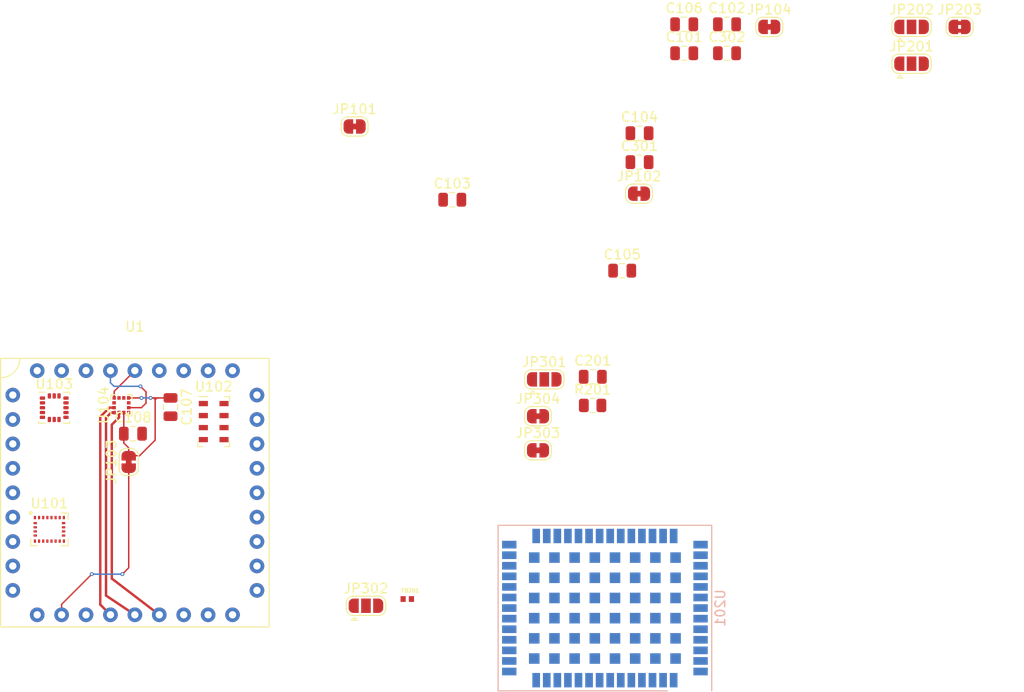
<source format=kicad_pcb>
(kicad_pcb (version 20211014) (generator pcbnew)
  (layers (0 "F.Cu" signal) (31 "B.Cu" signal) (34 "B.Paste" user) (35 "F.Paste" user) (36 "B.SilkS" user "B.Silkscreen") (37 "F.SilkS" user "F.Silkscreen") (38 "B.Mask" user) (39 "F.Mask" user) (44 "Edge.Cuts" user))
  (net 0 "")
  (net 1 "Net-(C101-Pad1)")
  (net 2 "GND")
  (net 3 "Net-(C102-Pad1)")
  (net 4 "Net-(C103-Pad1)")
  (net 5 "Net-(C106-Pad2)")
  (net 6 "Net-(C107-Pad1)")
  (net 7 "Net-(JP304-Pad2)")
  (net 8 "Net-(C201-Pad2)")
  (net 9 "Net-(C301-Pad1)")
  (net 10 "Net-(FB201-Pad2)")
  (net 11 "/3V3")
  (net 12 "/ZOE-M8Q/SNS_SPI_MISO")
  (net 13 "/ZOE-M8Q/SNS_UART_TX0")
  (net 14 "Net-(JP201-Pad2)")
  (net 15 "/ZOE-M8Q/SNS_SPI_MOSI")
  (net 16 "/ZOE-M8Q/SNS_UART_RX0")
  (net 17 "Net-(JP202-Pad2)")
  (net 18 "Net-(JP203-Pad2)")
  (net 19 "/ZOE-M8Q/3V3")
  (net 20 "/ZED_F9P/SNS_SPI_MISO")
  (net 21 "/ZED_F9P/SNS_UART_RX0")
  (net 22 "Net-(JP301-Pad2)")
  (net 23 "/ZED_F9P/SNS_SPI_MOSI")
  (net 24 "/ZED_F9P/SNS_UART_TX0")
  (net 25 "Net-(JP302-Pad2)")
  (net 26 "Net-(JP303-Pad1)")
  (net 27 "/ZED_F9P/3V3")
  (net 28 "Net-(R201-Pad1)")
  (net 29 "/MS5611_CS")
  (net 30 "/GPS_EXTINT")
  (net 32 "/ZED_F9P_CS")
  (net 34 "/ZOE-M8Q_CS")
  (net 35 "/H3LIS331DL_INT1")
  (net 36 "/H3LIS331DL_CS")
  (net 38 "/VBAT0")
  (net 39 "/KX122_INT1")
  (net 40 "/KX122_CS")
  (net 41 "/LSM9_INT_M")
  (net 42 "/LSM9_INT2_AG")
  (net 43 "/LSM9_INT1_AG")
  (net 44 "/LSM9_CS_AG")
  (net 45 "/SNS_UART_TX1")
  (net 46 "/SNS_UART_RX1")
  (net 47 "/SNS_UART_TX0")
  (net 48 "/SNS_UART_RX0")
  (net 56 "/SNS_SPI_MOSI")
  (net 57 "/SNS_SPI_MISO")
  (net 58 "/SNS_SPI_SCK")
  (net 59 "/5V")
  (net 61 "/LSM9_CS_M")
  (net 62 "/LSM9_DRDY_M")
  (net 65 "/KX122_INT2")
  (net 86 "/ZED_F9P/SNS_UART_RX1")
  (net 87 "/ZED_F9P/SNS_UART_TX1")
  (net 93 "/ZED_F9P/VBAT0")
  (net 97 "/ZED_F9P/ZED_F9P_CS")
  (net 98 "/ZED_F9P/SNS_SPI_SCK")
  (net 102 "/ZED_F9P/GPS_EXTINT")
  (footprint "Capacitor_SMD:C_0805_2012Metric" (layer "F.Cu") (at 214.63 42.71)
    (fp_text reference "C106" (at 0 -1.68) (layer "F.SilkS"))
    (fp_text value "C_Small")
    (pad "1" smd roundrect locked (at -0.95 0) (size 1 1.45) (layers "F.Cu" "F.Paste" "F.Mask") (net 2 "GND"))
    (pad "2" smd roundrect locked (at 0.95 0) (size 1 1.45) (layers "F.Cu" "F.Paste" "F.Mask") (net 5 "Net-(C106-Pad2)"))
  )
  (footprint "Jumper:SolderJumper-2_P1.3mm_Bridged_RoundedPad1.0x1.5mm" (layer "F.Cu") (at 180.34 53.34)
    (fp_text reference "JP101" (at 0 -1.8) (layer "F.SilkS"))
    (fp_text value "Jumper_NC_Small")
    (fp_poly (pts (xy 0.25 -0.3) (xy -0.25 -0.3) (xy -0.25 0.3) (xy 0.25 0.3)) (layer "F.Cu") (width 0) (fill solid))
    (pad "1" smd custom locked (at -0.65 0) (size 1 0.5) (layers "F.Cu" "F.Mask") (net 11 "/3V3") (options (clearance outline) (anchor rect)) (primitives (gr_circle (center 0 0.25) (end 0.5 0.25) (width 0) (fill yes)) (gr_circle (center 0 -0.25) (end 0.5 -0.25) (width 0) (fill yes)) (gr_poly (pts (xy 0.5 0.75) (xy 0 0.75) (xy 0 -0.75) (xy 0.5 -0.75)) (width 0) (fill yes))))
    (pad "2" smd custom locked (at 0.65 0) (size 1 0.5) (layers "F.Cu" "F.Mask") (net 4 "Net-(C103-Pad1)") (options (clearance outline) (anchor rect)) (primitives (gr_circle (center 0 0.25) (end 0.5 0.25) (width 0) (fill yes)) (gr_circle (center 0 -0.25) (end 0.5 -0.25) (width 0) (fill yes)) (gr_poly (pts (xy 0 0.75) (xy -0.5 0.75) (xy -0.5 -0.75) (xy 0 -0.75)) (width 0) (fill yes))))
  )
  (footprint "Jumper:SolderJumper-3_P1.3mm_Open_RoundedPad1.0x1.5mm" (layer "F.Cu") (at 181.52 103.2)
    (fp_text reference "JP302" (at 0 -1.8) (layer "F.SilkS"))
    (fp_text value "Jumper_3_Open")
    (pad "1" smd custom locked (at -1.3 0) (size 1 0.5) (layers "F.Cu" "F.Mask") (net 23 "/ZED_F9P/SNS_SPI_MOSI") (options (clearance outline) (anchor rect)) (primitives (gr_circle (center 0 0.25) (end 0.5 0.25) (width 0) (fill yes)) (gr_circle (center 0 -0.25) (end 0.5 -0.25) (width 0) (fill yes)) (gr_poly (pts (xy 0.55 0.75) (xy 0 0.75) (xy 0 -0.75) (xy 0.55 -0.75)) (width 0) (fill yes))))
    (pad "2" smd rect locked (at 0 0) (size 1 1.5) (layers "F.Cu" "F.Mask") (net 25 "Net-(JP302-Pad2)"))
    (pad "3" smd custom locked (at 1.3 0) (size 1 0.5) (layers "F.Cu" "F.Mask") (net 24 "/ZED_F9P/SNS_UART_TX0") (options (clearance outline) (anchor rect)) (primitives (gr_circle (center 0 0.25) (end 0.5 0.25) (width 0) (fill yes)) (gr_circle (center 0 -0.25) (end 0.5 -0.25) (width 0) (fill yes)) (gr_poly (pts (xy 0 0.75) (xy -0.55 0.75) (xy -0.55 -0.75) (xy 0 -0.75)) (width 0) (fill yes))))
  )
  (footprint "Package_LGA:LGA-8_3x5mm_P1.25mm" (layer "F.Cu") (at 165.68 84.04)
    (fp_text reference "U102" (at 0 -3.65) (layer "F.SilkS"))
    (fp_text value "MS5611-01BA")
    (pad "1" smd rect locked (at -1.075 -1.875) (size 0.95 0.55) (layers "F.Cu" "F.Paste" "F.Mask") (net 5 "Net-(C106-Pad2)"))
    (pad "2" smd rect locked (at -1.075 -0.625) (size 0.95 0.55) (layers "F.Cu" "F.Paste" "F.Mask") (net 2 "GND"))
    (pad "3" smd rect locked (at -1.075 0.625) (size 0.95 0.55) (layers "F.Cu" "F.Paste" "F.Mask") (net 2 "GND"))
    (pad "4" smd rect locked (at -1.075 1.875) (size 0.95 0.55) (layers "F.Cu" "F.Paste" "F.Mask") (net 29 "/MS5611_CS"))
    (pad "5" smd rect locked (at 1.075 1.875) (size 0.95 0.55) (layers "F.Cu" "F.Paste" "F.Mask") (net 29 "/MS5611_CS"))
    (pad "6" smd rect locked (at 1.075 0.625) (size 0.95 0.55) (layers "F.Cu" "F.Paste" "F.Mask") (net 57 "/SNS_SPI_MISO"))
    (pad "7" smd rect locked (at 1.075 -0.625) (size 0.95 0.55) (layers "F.Cu" "F.Paste" "F.Mask") (net 56 "/SNS_SPI_MOSI"))
    (pad "8" smd rect locked (at 1.075 -1.875) (size 0.95 0.55) (layers "F.Cu" "F.Paste" "F.Mask") (net 58 "/SNS_SPI_SCK"))
  )
  (footprint "Capacitor_SMD:C_0805_2012Metric" (layer "F.Cu") (at 161.19 82.53 -90)
    (fp_text reference "C107" (at 0 -1.68 90) (layer "F.SilkS"))
    (fp_text value "C_Small")
    (pad "1" smd roundrect locked (at -0.95 0 270) (size 1 1.45) (layers "F.Cu" "F.Paste" "F.Mask") (net 6 "Net-(C107-Pad1)"))
    (pad "2" smd roundrect locked (at 0.95 0 270) (size 1 1.45) (layers "F.Cu" "F.Paste" "F.Mask") (net 2 "GND"))
  )
  (footprint "Jumper:SolderJumper-3_P1.3mm_Open_RoundedPad1.0x1.5mm" (layer "F.Cu") (at 200.07 79.65)
    (fp_text reference "JP301" (at 0 -1.8) (layer "F.SilkS"))
    (fp_text value "Jumper_3_Open")
    (pad "1" smd custom locked (at -1.3 0) (size 1 0.5) (layers "F.Cu" "F.Mask") (net 20 "/ZED_F9P/SNS_SPI_MISO") (options (clearance outline) (anchor rect)) (primitives (gr_circle (center 0 0.25) (end 0.5 0.25) (width 0) (fill yes)) (gr_circle (center 0 -0.25) (end 0.5 -0.25) (width 0) (fill yes)) (gr_poly (pts (xy 0.55 0.75) (xy 0 0.75) (xy 0 -0.75) (xy 0.55 -0.75)) (width 0) (fill yes))))
    (pad "2" smd rect locked (at 0 0) (size 1 1.5) (layers "F.Cu" "F.Mask") (net 22 "Net-(JP301-Pad2)"))
    (pad "3" smd custom locked (at 1.3 0) (size 1 0.5) (layers "F.Cu" "F.Mask") (net 21 "/ZED_F9P/SNS_UART_RX0") (options (clearance outline) (anchor rect)) (primitives (gr_circle (center 0 0.25) (end 0.5 0.25) (width 0) (fill yes)) (gr_circle (center 0 -0.25) (end 0.5 -0.25) (width 0) (fill yes)) (gr_poly (pts (xy 0 0.75) (xy -0.55 0.75) (xy -0.55 -0.75) (xy 0 -0.75)) (width 0) (fill yes))))
  )
  (footprint "Capacitor_SMD:C_0805_2012Metric" (layer "F.Cu") (at 190.5 60.96)
    (fp_text reference "C103" (at 0 -1.68) (layer "F.SilkS"))
    (fp_text value "100 nF")
    (pad "1" smd roundrect locked (at -0.95 0) (size 1 1.45) (layers "F.Cu" "F.Paste" "F.Mask") (net 4 "Net-(C103-Pad1)"))
    (pad "2" smd roundrect locked (at 0.95 0) (size 1 1.45) (layers "F.Cu" "F.Paste" "F.Mask") (net 2 "GND"))
  )
  (footprint "Capacitor_SMD:C_0805_2012Metric" (layer "F.Cu") (at 208.18 68.34)
    (fp_text reference "C105" (at 0 -1.68) (layer "F.SilkS"))
    (fp_text value "10 uF")
    (pad "1" smd roundrect locked (at -0.95 0) (size 1 1.45) (layers "F.Cu" "F.Paste" "F.Mask") (net 4 "Net-(C103-Pad1)"))
    (pad "2" smd roundrect locked (at 0.95 0) (size 1 1.45) (layers "F.Cu" "F.Paste" "F.Mask") (net 2 "GND"))
  )
  (footprint "Jumper:SolderJumper-3_P1.3mm_Open_RoundedPad1.0x1.5mm" (layer "F.Cu") (at 238.28 42.98)
    (fp_text reference "JP202" (at 0 -1.8) (layer "F.SilkS"))
    (fp_text value "Jumper_3_Open")
    (pad "1" smd custom locked (at -1.3 0) (size 1 0.5) (layers "F.Cu" "F.Mask") (net 15 "/ZOE-M8Q/SNS_SPI_MOSI") (options (clearance outline) (anchor rect)) (primitives (gr_circle (center 0 0.25) (end 0.5 0.25) (width 0) (fill yes)) (gr_circle (center 0 -0.25) (end 0.5 -0.25) (width 0) (fill yes)) (gr_poly (pts (xy 0.55 0.75) (xy 0 0.75) (xy 0 -0.75) (xy 0.55 -0.75)) (width 0) (fill yes))))
    (pad "2" smd rect locked (at 0 0) (size 1 1.5) (layers "F.Cu" "F.Mask") (net 17 "Net-(JP202-Pad2)"))
    (pad "3" smd custom locked (at 1.3 0) (size 1 0.5) (layers "F.Cu" "F.Mask") (net 16 "/ZOE-M8Q/SNS_UART_RX0") (options (clearance outline) (anchor rect)) (primitives (gr_circle (center 0 0.25) (end 0.5 0.25) (width 0) (fill yes)) (gr_circle (center 0 -0.25) (end 0.5 -0.25) (width 0) (fill yes)) (gr_poly (pts (xy 0 0.75) (xy -0.55 0.75) (xy -0.55 -0.75) (xy 0 -0.75)) (width 0) (fill yes))))
  )
  (footprint "Resistor_SMD:R_0805_2012Metric" (layer "F.Cu") (at 205.1 82.36)
    (fp_text reference "R201" (at 0 -1.65) (layer "F.SilkS"))
    (fp_text value "10")
    (pad "1" smd roundrect locked (at -0.9125 0) (size 1.025 1.4) (layers "F.Cu" "F.Paste" "F.Mask") (roundrect_rratio 0.243902) (net 28 "Net-(R201-Pad1)"))
    (pad "2" smd roundrect locked (at 0.9125 0) (size 1.025 1.4) (layers "F.Cu" "F.Paste" "F.Mask") (roundrect_rratio 0.243902) (net 8 "Net-(C201-Pad2)"))
  )
  (footprint "Jumper:SolderJumper-2_P1.3mm_Bridged_RoundedPad1.0x1.5mm" (layer "F.Cu") (at 156.84 88.24 90)
    (fp_text reference "JP103" (at 0 -1.8 90) (layer "F.SilkS"))
    (fp_text value "Jumper_NC_Small")
    (fp_poly (pts (xy 0.25 -0.3) (xy -0.25 -0.3) (xy -0.25 0.3) (xy 0.25 0.3)) (layer "F.Cu") (width 0) (fill solid))
    (pad "1" smd custom locked (at -0.65 0 90) (size 1 0.5) (layers "F.Cu" "F.Mask") (net 11 "/3V3") (options (clearance outline) (anchor rect)) (primitives (gr_circle (center 0 0.25) (end 0.5 0.25) (width 0) (fill yes)) (gr_circle (center 0 -0.25) (end 0.5 -0.25) (width 0) (fill yes)) (gr_poly (pts (xy 0.5 0.75) (xy 0 0.75) (xy 0 -0.75) (xy 0.5 -0.75)) (width 0) (fill yes))))
    (pad "2" smd custom locked (at 0.65 0 90) (size 1 0.5) (layers "F.Cu" "F.Mask") (net 6 "Net-(C107-Pad1)") (options (clearance outline) (anchor rect)) (primitives (gr_circle (center 0 0.25) (end 0.5 0.25) (width 0) (fill yes)) (gr_circle (center 0 -0.25) (end 0.5 -0.25) (width 0) (fill yes)) (gr_poly (pts (xy 0 0.75) (xy -0.5 0.75) (xy -0.5 -0.75) (xy 0 -0.75)) (width 0) (fill yes))))
  )
  (footprint "Capacitor_SMD:C_0805_2012Metric" (layer "F.Cu") (at 219.08 45.72)
    (fp_text reference "C302" (at 0 -1.68) (layer "F.SilkS"))
    (fp_text value "0.1uF")
    (pad "1" smd roundrect locked (at -0.95 0) (size 1 1.45) (layers "F.Cu" "F.Paste" "F.Mask") (net 9 "Net-(C301-Pad1)"))
    (pad "2" smd roundrect locked (at 0.95 0) (size 1 1.45) (layers "F.Cu" "F.Paste" "F.Mask") (net 2 "GND"))
  )
  (footprint "Capacitor_SMD:C_0805_2012Metric" (layer "F.Cu") (at 205.12 79.38)
    (fp_text reference "C201" (at 0 -1.68) (layer "F.SilkS"))
    (fp_text value "0.01 nF")
    (pad "1" smd roundrect locked (at -0.95 0) (size 1 1.45) (layers "F.Cu" "F.Paste" "F.Mask") (net 2 "GND"))
    (pad "2" smd roundrect locked (at 0.95 0) (size 1 1.45) (layers "F.Cu" "F.Paste" "F.Mask") (net 8 "Net-(C201-Pad2)"))
  )
  (footprint "Package_LGA:LGA-12_2x2mm_P0.5mm" (layer "F.Cu") (at 156.08 82.34 90)
    (fp_text reference "U104" (at 0 -1.85 90) (layer "F.SilkS"))
    (fp_text value "KX122-1042")
    (pad "1" smd rect locked (at -0.7625 -0.75 90) (size 0.375 0.35) (layers "F.Cu" "F.Paste" "F.Mask") (net 57 "/SNS_SPI_MISO"))
    (pad "2" smd rect locked (at -0.7625 -0.25 90) (size 0.375 0.35) (layers "F.Cu" "F.Paste" "F.Mask") (net 56 "/SNS_SPI_MOSI"))
    (pad "3" smd rect locked (at -0.7625 0.25 90) (size 0.375 0.35) (layers "F.Cu" "F.Paste" "F.Mask") (net 6 "Net-(C107-Pad1)"))
    (pad "4" smd rect locked (at -0.7625 0.75 90) (size 0.375 0.35) (layers "F.Cu" "F.Paste" "F.Mask") (net 2 "GND"))
    (pad "5" smd rect locked (at -0.25 0.7625 180) (size 0.375 0.35) (layers "F.Cu" "F.Paste" "F.Mask") (net 39 "/KX122_INT1"))
    (pad "6" smd rect locked (at 0.25 0.7625 180) (size 0.375 0.35) (layers "F.Cu" "F.Paste" "F.Mask") (net 65 "/KX122_INT2"))
    (pad "7" smd rect locked (at 0.7625 0.75 90) (size 0.375 0.35) (layers "F.Cu" "F.Paste" "F.Mask") (net 6 "Net-(C107-Pad1)"))
    (pad "8" smd rect locked (at 0.7625 0.25 90) (size 0.375 0.35) (layers "F.Cu" "F.Paste" "F.Mask"))
    (pad "9" smd rect locked (at 0.7625 -0.25 90) (size 0.375 0.35) (layers "F.Cu" "F.Paste" "F.Mask") (net 2 "GND"))
    (pad "10" smd rect locked (at 0.7625 -0.75 90) (size 0.375 0.35) (layers "F.Cu" "F.Paste" "F.Mask") (net 40 "/KX122_CS"))
    (pad "11" smd rect locked (at 0.25 -0.7625 180) (size 0.375 0.35) (layers "F.Cu" "F.Paste" "F.Mask"))
    (pad "12" smd rect locked (at -0.25 -0.7625 180) (size 0.375 0.35) (layers "F.Cu" "F.Paste" "F.Mask") (net 58 "/SNS_SPI_SCK"))
  )
  (footprint "Jumper:SolderJumper-2_P1.3mm_Bridged_RoundedPad1.0x1.5mm" (layer "F.Cu") (at 199.42 83.48)
    (fp_text reference "JP304" (at 0 -1.8) (layer "F.SilkS"))
    (fp_text value "Jumper_NC_Small")
    (fp_poly (pts (xy 0.25 -0.3) (xy -0.25 -0.3) (xy -0.25 0.3) (xy 0.25 0.3)) (layer "F.Cu") (width 0) (fill solid))
    (pad "1" smd custom locked (at -0.65 0) (size 1 0.5) (layers "F.Cu" "F.Mask") (net 27 "/ZED_F9P/3V3") (options (clearance outline) (anchor rect)) (primitives (gr_circle (center 0 0.25) (end 0.5 0.25) (width 0) (fill yes)) (gr_circle (center 0 -0.25) (end 0.5 -0.25) (width 0) (fill yes)) (gr_poly (pts (xy 0.5 0.75) (xy 0 0.75) (xy 0 -0.75) (xy 0.5 -0.75)) (width 0) (fill yes))))
    (pad "2" smd custom locked (at 0.65 0) (size 1 0.5) (layers "F.Cu" "F.Mask") (net 7 "Net-(JP304-Pad2)") (options (clearance outline) (anchor rect)) (primitives (gr_circle (center 0 0.25) (end 0.5 0.25) (width 0) (fill yes)) (gr_circle (center 0 -0.25) (end 0.5 -0.25) (width 0) (fill yes)) (gr_poly (pts (xy 0 0.75) (xy -0.5 0.75) (xy -0.5 -0.75) (xy 0 -0.75)) (width 0) (fill yes))))
  )
  (footprint "BLM15HB121SN1D:BEADC1005X55N" (layer "F.Cu") (at 185.82 102.5)
    (fp_text reference "FB201" (at 0.3 -0.88) (layer "F.SilkS") (effects (font (size 0.393701 0.393701))))
    (fp_text value "Ferrite_Bead_Small")
    (pad "1" smd rect locked (at -0.432 0) (size 0.54 0.6) (layers "F.Cu" "F.Paste" "F.Mask") (net 8 "Net-(C201-Pad2)"))
    (pad "2" smd rect locked (at 0.432 0) (size 0.54 0.6) (layers "F.Cu" "F.Paste" "F.Mask") (net 10 "Net-(FB201-Pad2)"))
  )
  (footprint "Capacitor_SMD:C_0805_2012Metric" (layer "F.Cu") (at 219.08 42.71)
    (fp_text reference "C102" (at 0 -1.68) (layer "F.SilkS"))
    (fp_text value "100 nF")
    (pad "1" smd roundrect locked (at -0.95 0) (size 1 1.45) (layers "F.Cu" "F.Paste" "F.Mask") (net 3 "Net-(C102-Pad1)"))
    (pad "2" smd roundrect locked (at 0.95 0) (size 1 1.45) (layers "F.Cu" "F.Paste" "F.Mask") (net 2 "GND"))
  )
  (footprint "Jumper:SolderJumper-2_P1.3mm_Bridged_RoundedPad1.0x1.5mm" (layer "F.Cu") (at 223.48 42.98)
    (fp_text reference "JP104" (at 0 -1.8) (layer "F.SilkS"))
    (fp_text value "Jumper_NC_Small")
    (fp_poly (pts (xy 0.25 -0.3) (xy -0.25 -0.3) (xy -0.25 0.3) (xy 0.25 0.3)) (layer "F.Cu") (width 0) (fill solid))
    (pad "1" smd custom locked (at -0.65 0) (size 1 0.5) (layers "F.Cu" "F.Mask") (net 11 "/3V3") (options (clearance outline) (anchor rect)) (primitives (gr_circle (center 0 0.25) (end 0.5 0.25) (width 0) (fill yes)) (gr_circle (center 0 -0.25) (end 0.5 -0.25) (width 0) (fill yes)) (gr_poly (pts (xy 0.5 0.75) (xy 0 0.75) (xy 0 -0.75) (xy 0.5 -0.75)) (width 0) (fill yes))))
    (pad "2" smd custom locked (at 0.65 0) (size 1 0.5) (layers "F.Cu" "F.Mask") (net 5 "Net-(C106-Pad2)") (options (clearance outline) (anchor rect)) (primitives (gr_circle (center 0 0.25) (end 0.5 0.25) (width 0) (fill yes)) (gr_circle (center 0 -0.25) (end 0.5 -0.25) (width 0) (fill yes)) (gr_poly (pts (xy 0 0.75) (xy -0.5 0.75) (xy -0.5 -0.75) (xy 0 -0.75)) (width 0) (fill yes))))
  )
  (footprint "Jumper:SolderJumper-2_P1.3mm_Bridged_RoundedPad1.0x1.5mm" (layer "F.Cu") (at 209.93 60.33)
    (fp_text reference "JP102" (at 0 -1.8) (layer "F.SilkS"))
    (fp_text value "Jumper_NC_Small")
    (fp_poly (pts (xy 0.25 -0.3) (xy -0.25 -0.3) (xy -0.25 0.3) (xy 0.25 0.3)) (layer "F.Cu") (width 0) (fill solid))
    (pad "1" smd custom locked (at -0.65 0) (size 1 0.5) (layers "F.Cu" "F.Mask") (net 11 "/3V3") (options (clearance outline) (anchor rect)) (primitives (gr_circle (center 0 0.25) (end 0.5 0.25) (width 0) (fill yes)) (gr_circle (center 0 -0.25) (end 0.5 -0.25) (width 0) (fill yes)) (gr_poly (pts (xy 0.5 0.75) (xy 0 0.75) (xy 0 -0.75) (xy 0.5 -0.75)) (width 0) (fill yes))))
    (pad "2" smd custom locked (at 0.65 0) (size 1 0.5) (layers "F.Cu" "F.Mask") (net 9 "Net-(C301-Pad1)") (options (clearance outline) (anchor rect)) (primitives (gr_circle (center 0 0.25) (end 0.5 0.25) (width 0) (fill yes)) (gr_circle (center 0 -0.25) (end 0.5 -0.25) (width 0) (fill yes)) (gr_poly (pts (xy 0 0.75) (xy -0.5 0.75) (xy -0.5 -0.75) (xy 0 -0.75)) (width 0) (fill yes))))
  )
  (footprint "Jumper:SolderJumper-2_P1.3mm_Bridged2Bar_RoundedPad1.0x1.5mm" (layer "F.Cu") (at 243.28 42.98)
    (fp_text reference "JP203" (at 0 -1.8) (layer "F.SilkS"))
    (fp_text value "Jumper_NC_Small")
    (fp_poly (pts (xy -0.25 -0.6) (xy 0.25 -0.6) (xy 0.25 -0.2) (xy -0.25 -0.2)) (layer "F.Cu") (width 0) (fill solid))
    (fp_poly (pts (xy -0.25 0.2) (xy 0.25 0.2) (xy 0.25 0.6) (xy -0.25 0.6)) (layer "F.Cu") (width 0) (fill solid))
    (pad "1" smd custom locked (at -0.65 0) (size 1 0.5) (layers "F.Cu" "F.Mask") (net 19 "/ZOE-M8Q/3V3") (options (clearance outline) (anchor rect)) (primitives (gr_circle (center 0 0.25) (end 0.5 0.25) (width 0) (fill yes)) (gr_circle (center 0 -0.25) (end 0.5 -0.25) (width 0) (fill yes)) (gr_poly (pts (xy 0.5 0.75) (xy 0 0.75) (xy 0 -0.75) (xy 0.5 -0.75)) (width 0) (fill yes))))
    (pad "2" smd custom locked (at 0.65 0) (size 1 0.5) (layers "F.Cu" "F.Mask") (net 18 "Net-(JP203-Pad2)") (options (clearance outline) (anchor rect)) (primitives (gr_circle (center 0 0.25) (end 0.5 0.25) (width 0) (fill yes)) (gr_circle (center 0 -0.25) (end 0.5 -0.25) (width 0) (fill yes)) (gr_poly (pts (xy 0 0.75) (xy -0.5 0.75) (xy -0.5 -0.75) (xy 0 -0.75)) (width 0) (fill yes))))
  )
  (footprint "Capacitor_SMD:C_0805_2012Metric" (layer "F.Cu") (at 214.63 45.72)
    (fp_text reference "C101" (at 0 -1.68) (layer "F.SilkS"))
    (fp_text value "10 nF")
    (pad "1" smd roundrect locked (at -0.95 0) (size 1 1.45) (layers "F.Cu" "F.Paste" "F.Mask") (net 1 "Net-(C101-Pad1)"))
    (pad "2" smd roundrect locked (at 0.95 0) (size 1 1.45) (layers "F.Cu" "F.Paste" "F.Mask") (net 2 "GND"))
  )
  (footprint "Package_LGA:LGA-24L_3x3.5mm_P0.43mm" (layer "F.Cu") (at 148.59 95.25)
    (fp_text reference "U101" (at 0 -2.7) (layer "F.SilkS"))
    (fp_text value "LSM9DS1")
    (pad "1" smd rect locked (at -1.505 -1.225) (size 0.23 0.35) (layers "F.Cu" "F.Paste" "F.Mask") (net 4 "Net-(C103-Pad1)"))
    (pad "2" smd rect locked (at -1.475 -0.645) (size 0.35 0.23) (layers "F.Cu" "F.Paste" "F.Mask") (net 58 "/SNS_SPI_SCK"))
    (pad "3" smd rect locked (at -1.475 -0.215) (size 0.35 0.23) (layers "F.Cu" "F.Paste" "F.Mask") (net 4 "Net-(C103-Pad1)"))
    (pad "4" smd rect locked (at -1.475 0.215) (size 0.35 0.23) (layers "F.Cu" "F.Paste" "F.Mask") (net 56 "/SNS_SPI_MOSI"))
    (pad "5" smd rect locked (at -1.475 0.645) (size 0.35 0.23) (layers "F.Cu" "F.Paste" "F.Mask") (net 57 "/SNS_SPI_MISO"))
    (pad "6" smd rect locked (at -1.505 1.225) (size 0.23 0.35) (layers "F.Cu" "F.Paste" "F.Mask") (net 57 "/SNS_SPI_MISO"))
    (pad "7" smd rect locked (at -1.075 1.225) (size 0.23 0.35) (layers "F.Cu" "F.Paste" "F.Mask") (net 44 "/LSM9_CS_AG"))
    (pad "8" smd rect locked (at -0.645 1.225) (size 0.23 0.35) (layers "F.Cu" "F.Paste" "F.Mask") (net 61 "/LSM9_CS_M"))
    (pad "9" smd rect locked (at -0.215 1.225) (size 0.23 0.35) (layers "F.Cu" "F.Paste" "F.Mask") (net 62 "/LSM9_DRDY_M"))
    (pad "10" smd rect locked (at 0.215 1.225) (size 0.23 0.35) (layers "F.Cu" "F.Paste" "F.Mask") (net 41 "/LSM9_INT_M"))
    (pad "11" smd rect locked (at 0.645 1.225) (size 0.23 0.35) (layers "F.Cu" "F.Paste" "F.Mask") (net 43 "/LSM9_INT1_AG"))
    (pad "12" smd rect locked (at 1.075 1.225) (size 0.23 0.35) (layers "F.Cu" "F.Paste" "F.Mask") (net 42 "/LSM9_INT2_AG"))
    (pad "13" smd rect locked (at 1.505 1.225) (size 0.23 0.35) (layers "F.Cu" "F.Paste" "F.Mask"))
    (pad "14" smd rect locked (at 1.475 0.645) (size 0.35 0.23) (layers "F.Cu" "F.Paste" "F.Mask") (net 2 "GND"))
    (pad "15" smd rect locked (at 1.475 0.215) (size 0.35 0.23) (layers "F.Cu" "F.Paste" "F.Mask") (net 2 "GND"))
    (pad "16" smd rect locked (at 1.475 -0.215) (size 0.35 0.23) (layers "F.Cu" "F.Paste" "F.Mask") (net 2 "GND"))
    (pad "17" smd rect locked (at 1.475 -0.645) (size 0.35 0.23) (layers "F.Cu" "F.Paste" "F.Mask") (net 2 "GND"))
    (pad "18" smd rect locked (at 1.505 -1.225) (size 0.23 0.35) (layers "F.Cu" "F.Paste" "F.Mask") (net 2 "GND"))
    (pad "19" smd rect locked (at 1.075 -1.225) (size 0.23 0.35) (layers "F.Cu" "F.Paste" "F.Mask") (net 2 "GND"))
    (pad "20" smd rect locked (at 0.645 -1.225) (size 0.23 0.35) (layers "F.Cu" "F.Paste" "F.Mask"))
    (pad "21" smd rect locked (at 0.215 -1.225) (size 0.23 0.35) (layers "F.Cu" "F.Paste" "F.Mask") (net 1 "Net-(C101-Pad1)"))
    (pad "22" smd rect locked (at -0.215 -1.225) (size 0.23 0.35) (layers "F.Cu" "F.Paste" "F.Mask") (net 4 "Net-(C103-Pad1)"))
    (pad "23" smd rect locked (at -0.645 -1.225) (size 0.23 0.35) (layers "F.Cu" "F.Paste" "F.Mask") (net 4 "Net-(C103-Pad1)"))
    (pad "24" smd rect locked (at -1.075 -1.225) (size 0.23 0.35) (layers "F.Cu" "F.Paste" "F.Mask") (net 3 "Net-(C102-Pad1)"))
  )
  (footprint "Capacitor_SMD:C_0805_2012Metric" (layer "F.Cu") (at 157.28 85.3)
    (fp_text reference "C108" (at 0 -1.68) (layer "F.SilkS"))
    (fp_text value "C_Small")
    (pad "1" smd roundrect locked (at -0.95 0) (size 1 1.45) (layers "F.Cu" "F.Paste" "F.Mask") (net 6 "Net-(C107-Pad1)"))
    (pad "2" smd roundrect locked (at 0.95 0) (size 1 1.45) (layers "F.Cu" "F.Paste" "F.Mask") (net 2 "GND"))
  )
  (footprint "Capacitor_SMD:C_0805_2012Metric" (layer "F.Cu") (at 209.98 54.04)
    (fp_text reference "C104" (at 0 -1.68) (layer "F.SilkS"))
    (fp_text value "100 nF")
    (pad "1" smd roundrect locked (at -0.95 0) (size 1 1.45) (layers "F.Cu" "F.Paste" "F.Mask") (net 4 "Net-(C103-Pad1)"))
    (pad "2" smd roundrect locked (at 0.95 0) (size 1 1.45) (layers "F.Cu" "F.Paste" "F.Mask") (net 2 "GND"))
  )
  (footprint "Jumper:SolderJumper-3_P1.3mm_Open_RoundedPad1.0x1.5mm" (layer "F.Cu") (at 238.28 46.81)
    (fp_text reference "JP201" (at 0 -1.8) (layer "F.SilkS"))
    (fp_text value "Jumper_3_Open")
    (pad "1" smd custom locked (at -1.3 0) (size 1 0.5) (layers "F.Cu" "F.Mask") (net 12 "/ZOE-M8Q/SNS_SPI_MISO") (options (clearance outline) (anchor rect)) (primitives (gr_circle (center 0 0.25) (end 0.5 0.25) (width 0) (fill yes)) (gr_circle (center 0 -0.25) (end 0.5 -0.25) (width 0) (fill yes)) (gr_poly (pts (xy 0.55 0.75) (xy 0 0.75) (xy 0 -0.75) (xy 0.55 -0.75)) (width 0) (fill yes))))
    (pad "2" smd rect locked (at 0 0) (size 1 1.5) (layers "F.Cu" "F.Mask") (net 14 "Net-(JP201-Pad2)"))
    (pad "3" smd custom locked (at 1.3 0) (size 1 0.5) (layers "F.Cu" "F.Mask") (net 13 "/ZOE-M8Q/SNS_UART_TX0") (options (clearance outline) (anchor rect)) (primitives (gr_circle (center 0 0.25) (end 0.5 0.25) (width 0) (fill yes)) (gr_circle (center 0 -0.25) (end 0.5 -0.25) (width 0) (fill yes)) (gr_poly (pts (xy 0 0.75) (xy -0.55 0.75) (xy -0.55 -0.75) (xy 0 -0.75)) (width 0) (fill yes))))
  )
  (footprint "SensorSuite:General Sensor Module - 9 pin" (layer "F.Cu") (at 157.48 91.44)
    (fp_text reference "U1" (at 0 -17.28) (layer "F.SilkS"))
    (fp_text value "ISS_SENSOR_SUITE_V1")
    (pad "1" thru_hole circle locked (at -10.16 12.7) (size 1.524 1.524) (drill 0.762) (layers *.Cu *.Mask) (net 59 "/5V"))
    (pad "2" thru_hole circle locked (at -7.62 12.7) (size 1.524 1.524) (drill 0.762) (layers *.Cu *.Mask) (net 11 "/3V3"))
    (pad "3" thru_hole circle locked (at -5.08 12.7) (size 1.524 1.524) (drill 0.762) (layers *.Cu *.Mask) (net 2 "GND"))
    (pad "4" thru_hole circle locked (at -2.54 12.7) (size 1.524 1.524) (drill 0.762) (layers *.Cu *.Mask) (net 58 "/SNS_SPI_SCK"))
    (pad "5" thru_hole circle locked (at 0 12.7) (size 1.524 1.524) (drill 0.762) (layers *.Cu *.Mask) (net 57 "/SNS_SPI_MISO"))
    (pad "6" thru_hole circle locked (at 2.54 12.7) (size 1.524 1.524) (drill 0.762) (layers *.Cu *.Mask) (net 56 "/SNS_SPI_MOSI"))
    (pad "7" thru_hole circle locked (at 5.08 12.7) (size 1.524 1.524) (drill 0.762) (layers *.Cu *.Mask))
    (pad "8" thru_hole circle locked (at 7.62 12.7) (size 1.524 1.524) (drill 0.762) (layers *.Cu *.Mask))
    (pad "9" thru_hole circle locked (at 10.16 12.7) (size 1.524 1.524) (drill 0.762) (layers *.Cu *.Mask))
    (pad "10" thru_hole circle locked (at 12.7 10.16) (size 1.524 1.524) (drill 0.762) (layers *.Cu *.Mask))
    (pad "11" thru_hole circle locked (at 12.7 7.62) (size 1.524 1.524) (drill 0.762) (layers *.Cu *.Mask))
    (pad "12" thru_hole circle locked (at 12.7 5.08) (size 1.524 1.524) (drill 0.762) (layers *.Cu *.Mask))
    (pad "13" thru_hole circle locked (at 12.7 2.54) (size 1.524 1.524) (drill 0.762) (layers *.Cu *.Mask))
    (pad "14" thru_hole circle locked (at 12.7 0) (size 1.524 1.524) (drill 0.762) (layers *.Cu *.Mask) (net 48 "/SNS_UART_RX0"))
    (pad "15" thru_hole circle locked (at 12.7 -2.54) (size 1.524 1.524) (drill 0.762) (layers *.Cu *.Mask) (net 47 "/SNS_UART_TX0"))
    (pad "16" thru_hole circle locked (at 12.7 -5.08) (size 1.524 1.524) (drill 0.762) (layers *.Cu *.Mask) (net 46 "/SNS_UART_RX1"))
    (pad "17" thru_hole circle locked (at 12.7 -7.62) (size 1.524 1.524) (drill 0.762) (layers *.Cu *.Mask) (net 45 "/SNS_UART_TX1"))
    (pad "18" thru_hole circle locked (at 12.7 -10.16) (size 1.524 1.524) (drill 0.762) (layers *.Cu *.Mask) (net 44 "/LSM9_CS_AG"))
    (pad "19" thru_hole circle locked (at 10.16 -12.7) (size 1.524 1.524) (drill 0.762) (layers *.Cu *.Mask) (net 41 "/LSM9_INT_M"))
    (pad "20" thru_hole circle locked (at 7.62 -12.7) (size 1.524 1.524) (drill 0.762) (layers *.Cu *.Mask) (net 43 "/LSM9_INT1_AG"))
    (pad "21" thru_hole circle locked (at 5.08 -12.7) (size 1.524 1.524) (drill 0.762) (layers *.Cu *.Mask) (net 42 "/LSM9_INT2_AG"))
    (pad "22" thru_hole circle locked (at 2.54 -12.7) (size 1.524 1.524) (drill 0.762) (layers *.Cu *.Mask) (net 41 "/LSM9_INT_M"))
    (pad "23" thru_hole circle locked (at 0 -12.7) (size 1.524 1.524) (drill 0.762) (layers *.Cu *.Mask) (net 40 "/KX122_CS"))
    (pad "24" thru_hole circle locked (at -2.54 -12.7) (size 1.524 1.524) (drill 0.762) (layers *.Cu *.Mask) (net 39 "/KX122_INT1"))
    (pad "25" thru_hole circle locked (at -5.08 -12.7) (size 1.524 1.524) (drill 0.762) (layers *.Cu *.Mask) (net 38 "/VBAT0"))
    (pad "26" thru_hole circle locked (at -7.62 -12.7) (size 1.524 1.524) (drill 0.762) (layers *.Cu *.Mask))
    (pad "27" thru_hole circle locked (at -10.16 -12.7) (size 1.524 1.524) (drill 0.762) (layers *.Cu *.Mask) (net 36 "/H3LIS331DL_CS"))
    (pad "28" thru_hole circle locked (at -12.7 -10.16) (size 1.524 1.524) (drill 0.762) (layers *.Cu *.Mask) (net 35 "/H3LIS331DL_INT1"))
    (pad "29" thru_hole circle locked (at -12.7 -7.62) (size 1.524 1.524) (drill 0.762) (layers *.Cu *.Mask))
    (pad "30" thru_hole circle locked (at -12.7 -5.08) (size 1.524 1.524) (drill 0.762) (layers *.Cu *.Mask) (net 34 "/ZOE-M8Q_CS"))
    (pad "31" thru_hole circle locked (at -12.7 -2.54) (size 1.524 1.524) (drill 0.762) (layers *.Cu *.Mask))
    (pad "32" thru_hole circle locked (at -12.7 0) (size 1.524 1.524) (drill 0.762) (layers *.Cu *.Mask) (net 30 "/GPS_EXTINT"))
    (pad "33" thru_hole circle locked (at -12.7 2.54) (size 1.524 1.524) (drill 0.762) (layers *.Cu *.Mask) (net 32 "/ZED_F9P_CS"))
    (pad "34" thru_hole circle locked (at -12.7 5.08) (size 1.524 1.524) (drill 0.762) (layers *.Cu *.Mask))
    (pad "35" thru_hole circle locked (at -12.7 7.62) (size 1.524 1.524) (drill 0.762) (layers *.Cu *.Mask) (net 30 "/GPS_EXTINT"))
    (pad "36" thru_hole circle locked (at -12.7 10.16) (size 1.524 1.524) (drill 0.762) (layers *.Cu *.Mask) (net 29 "/MS5611_CS"))
  )
  (footprint "Package_LGA:LGA-16_3x3mm_P0.5mm_LayoutBorder3x5y" (layer "F.Cu") (at 149.09 82.595)
    (fp_text reference "U103" (at 0 -2.45) (layer "F.SilkS"))
    (fp_text value "H3LIS331DL")
    (pad "1" smd roundrect locked (at -1.225 -1) (size 0.55 0.35) (layers "F.Cu" "F.Paste" "F.Mask") (net 9 "Net-(C301-Pad1)"))
    (pad "2" smd roundrect locked (at -1.225 -0.5) (size 0.55 0.35) (layers "F.Cu" "F.Paste" "F.Mask"))
    (pad "3" smd roundrect locked (at -1.225 0) (size 0.55 0.35) (layers "F.Cu" "F.Paste" "F.Mask"))
    (pad "4" smd roundrect locked (at -1.225 0.5) (size 0.55 0.35) (layers "F.Cu" "F.Paste" "F.Mask") (net 58 "/SNS_SPI_SCK"))
    (pad "5" smd roundrect locked (at -1.225 1) (size 0.55 0.35) (layers "F.Cu" "F.Paste" "F.Mask") (net 2 "GND"))
    (pad "6" smd roundrect locked (at -0.5 1.225) (size 0.35 0.55) (layers "F.Cu" "F.Paste" "F.Mask") (net 56 "/SNS_SPI_MOSI"))
    (pad "7" smd roundrect locked (at 0 1.225) (size 0.35 0.55) (layers "F.Cu" "F.Paste" "F.Mask") (net 57 "/SNS_SPI_MISO"))
    (pad "8" smd roundrect locked (at 0.5 1.225) (size 0.35 0.55) (layers "F.Cu" "F.Paste" "F.Mask") (net 36 "/H3LIS331DL_CS"))
    (pad "9" smd roundrect locked (at 1.225 1) (size 0.55 0.35) (layers "F.Cu" "F.Paste" "F.Mask"))
    (pad "10" smd roundrect locked (at 1.225 0.5) (size 0.55 0.35) (layers "F.Cu" "F.Paste" "F.Mask") (net 2 "GND"))
    (pad "11" smd roundrect locked (at 1.225 0) (size 0.55 0.35) (layers "F.Cu" "F.Paste" "F.Mask") (net 35 "/H3LIS331DL_INT1"))
    (pad "12" smd roundrect locked (at 1.225 -0.5) (size 0.55 0.35) (layers "F.Cu" "F.Paste" "F.Mask") (net 2 "GND"))
    (pad "13" smd roundrect locked (at 1.225 -1) (size 0.55 0.35) (layers "F.Cu" "F.Paste" "F.Mask") (net 2 "GND"))
    (pad "14" smd roundrect locked (at 0.5 -1.225) (size 0.35 0.55) (layers "F.Cu" "F.Paste" "F.Mask") (net 9 "Net-(C301-Pad1)"))
    (pad "15" smd roundrect locked (at 0 -1.225) (size 0.35 0.55) (layers "F.Cu" "F.Paste" "F.Mask") (net 9 "Net-(C301-Pad1)"))
    (pad "16" smd roundrect locked (at -0.5 -1.225) (size 0.35 0.55) (layers "F.Cu" "F.Paste" "F.Mask") (net 2 "GND"))
  )
  (footprint "Capacitor_SMD:C_0805_2012Metric" (layer "F.Cu") (at 209.98 57.05)
    (fp_text reference "C301" (at 0 -1.68) (layer "F.SilkS"))
    (fp_text value "10uF")
    (pad "1" smd roundrect locked (at -0.95 0) (size 1 1.45) (layers "F.Cu" "F.Paste" "F.Mask") (net 9 "Net-(C301-Pad1)"))
    (pad "2" smd roundrect locked (at 0.95 0) (size 1 1.45) (layers "F.Cu" "F.Paste" "F.Mask") (net 2 "GND"))
  )
  (footprint "Jumper:SolderJumper-2_P1.3mm_Bridged_RoundedPad1.0x1.5mm" (layer "F.Cu") (at 199.42 87.03)
    (fp_text reference "JP303" (at 0 -1.8) (layer "F.SilkS"))
    (fp_text value "Jumper_NC_Small")
    (fp_poly (pts (xy 0.25 -0.3) (xy -0.25 -0.3) (xy -0.25 0.3) (xy 0.25 0.3)) (layer "F.Cu") (width 0) (fill solid))
    (pad "1" smd custom locked (at -0.65 0) (size 1 0.5) (layers "F.Cu" "F.Mask") (net 26 "Net-(JP303-Pad1)") (options (clearance outline) (anchor rect)) (primitives (gr_circle (center 0 0.25) (end 0.5 0.25) (width 0) (fill yes)) (gr_circle (center 0 -0.25) (end 0.5 -0.25) (width 0) (fill yes)) (gr_poly (pts (xy 0.5 0.75) (xy 0 0.75) (xy 0 -0.75) (xy 0.5 -0.75)) (width 0) (fill yes))))
    (pad "2" smd custom locked (at 0.65 0) (size 1 0.5) (layers "F.Cu" "F.Mask") (net 2 "GND") (options (clearance outline) (anchor rect)) (primitives (gr_circle (center 0 0.25) (end 0.5 0.25) (width 0) (fill yes)) (gr_circle (center 0 -0.25) (end 0.5 -0.25) (width 0) (fill yes)) (gr_poly (pts (xy 0 0.75) (xy -0.5 0.75) (xy -0.5 -0.75) (xy 0 -0.75)) (width 0) (fill yes))))
  )
  (footprint "RF_GPS:ublox_ZED" (layer "B.Cu") (at 206.38 103.44 90)
    (fp_text reference "U201" (at 0 12 90) (layer "B.SilkS") (effects (justify mirror)))
    (fp_text value "ZED-F9P")
    (pad "1" smd rect locked (at -7.5 7.15 90) (size 1.5 0.8) (layers "B.Cu" "B.Paste" "B.Mask") (net 2 "GND"))
    (pad "2" smd rect locked (at -7.5 6.05 90) (size 1.5 0.8) (layers "B.Cu" "B.Paste" "B.Mask") (net 10 "Net-(FB201-Pad2)"))
    (pad "3" smd rect locked (at -7.5 4.95 90) (size 1.5 0.8) (layers "B.Cu" "B.Paste" "B.Mask") (net 2 "GND"))
    (pad "4" smd rect locked (at -7.5 3.85 90) (size 1.5 0.8) (layers "B.Cu" "B.Paste" "B.Mask"))
    (pad "5" smd rect locked (at -7.5 2.75 90) (size 1.5 0.8) (layers "B.Cu" "B.Paste" "B.Mask"))
    (pad "6" smd rect locked (at -7.5 1.65 90) (size 1.5 0.8) (layers "B.Cu" "B.Paste" "B.Mask"))
    (pad "7" smd rect locked (at -7.5 0.55 90) (size 1.5 0.8) (layers "B.Cu" "B.Paste" "B.Mask") (net 28 "Net-(R201-Pad1)"))
    (pad "8" smd rect locked (at -7.5 -0.55 90) (size 1.5 0.8) (layers "B.Cu" "B.Paste" "B.Mask"))
    (pad "9" smd rect locked (at -7.5 -1.65 90) (size 1.5 0.8) (layers "B.Cu" "B.Paste" "B.Mask"))
    (pad "10" smd rect locked (at -7.5 -2.75 90) (size 1.5 0.8) (layers "B.Cu" "B.Paste" "B.Mask"))
    (pad "11" smd rect locked (at -7.5 -3.85 90) (size 1.5 0.8) (layers "B.Cu" "B.Paste" "B.Mask"))
    (pad "12" smd rect locked (at -7.5 -4.95 90) (size 1.5 0.8) (layers "B.Cu" "B.Paste" "B.Mask") (net 2 "GND"))
    (pad "13" smd rect locked (at -7.5 -6.05 90) (size 1.5 0.8) (layers "B.Cu" "B.Paste" "B.Mask"))
    (pad "14" smd rect locked (at -7.5 -7.15 90) (size 1.5 0.8) (layers "B.Cu" "B.Paste" "B.Mask") (net 2 "GND"))
    (pad "15" smd rect locked (at -6.6 -9.95) (size 1.5 0.8) (layers "B.Cu" "B.Paste" "B.Mask"))
    (pad "16" smd rect locked (at -5.5 -9.95) (size 1.5 0.8) (layers "B.Cu" "B.Paste" "B.Mask"))
    (pad "17" smd rect locked (at -4.4 -9.95) (size 1.5 0.8) (layers "B.Cu" "B.Paste" "B.Mask"))
    (pad "18" smd rect locked (at -3.3 -9.95 180) (size 1.5 0.8) (layers "B.Cu" "B.Paste" "B.Mask"))
    (pad "19" smd rect locked (at -2.2 -9.95) (size 1.5 0.8) (layers "B.Cu" "B.Paste" "B.Mask"))
    (pad "20" smd rect locked (at -1.1 -9.95) (size 1.5 0.8) (layers "B.Cu" "B.Paste" "B.Mask"))
    (pad "21" smd rect locked (at 0 -9.95) (size 1.5 0.8) (layers "B.Cu" "B.Paste" "B.Mask"))
    (pad "22" smd rect locked (at 1.1 -9.95) (size 1.5 0.8) (layers "B.Cu" "B.Paste" "B.Mask"))
    (pad "23" smd rect locked (at 2.2 -9.95) (size 1.5 0.8) (layers "B.Cu" "B.Paste" "B.Mask"))
    (pad "24" smd rect locked (at 3.3 -9.95) (size 1.5 0.8) (layers "B.Cu" "B.Paste" "B.Mask"))
    (pad "25" smd rect locked (at 4.4 -9.95) (size 1.5 0.8) (layers "B.Cu" "B.Paste" "B.Mask"))
    (pad "26" smd rect locked (at 5.5 -9.95) (size 1.5 0.8) (layers "B.Cu" "B.Paste" "B.Mask") (net 86 "/ZED_F9P/SNS_UART_RX1"))
    (pad "27" smd rect locked (at 6.6 -9.95) (size 1.5 0.8) (layers "B.Cu" "B.Paste" "B.Mask") (net 87 "/ZED_F9P/SNS_UART_TX1"))
    (pad "28" smd rect locked (at 7.5 -7.15 90) (size 1.5 0.8) (layers "B.Cu" "B.Paste" "B.Mask"))
    (pad "29" smd rect locked (at 7.5 -6.05 90) (size 1.5 0.8) (layers "B.Cu" "B.Paste" "B.Mask"))
    (pad "30" smd rect locked (at 7.5 -4.95 90) (size 1.5 0.8) (layers "B.Cu" "B.Paste" "B.Mask"))
    (pad "31" smd rect locked (at 7.5 -3.85 90) (size 1.5 0.8) (layers "B.Cu" "B.Paste" "B.Mask"))
    (pad "32" smd rect locked (at 7.5 -2.75 90) (size 1.5 0.8) (layers "B.Cu" "B.Paste" "B.Mask") (net 2 "GND"))
    (pad "33" smd rect locked (at 7.5 -1.65 90) (size 1.5 0.8) (layers "B.Cu" "B.Paste" "B.Mask") (net 7 "Net-(JP304-Pad2)"))
    (pad "34" smd rect locked (at 7.5 -0.55 90) (size 1.5 0.8) (layers "B.Cu" "B.Paste" "B.Mask") (net 7 "Net-(JP304-Pad2)"))
    (pad "35" smd rect locked (at 7.5 0.55 90) (size 1.5 0.8) (layers "B.Cu" "B.Paste" "B.Mask"))
    (pad "36" smd rect locked (at 7.5 1.65 90) (size 1.5 0.8) (layers "B.Cu" "B.Paste" "B.Mask") (net 93 "/ZED_F9P/VBAT0"))
    (pad "37" smd rect locked (at 7.5 2.75 90) (size 1.5 0.8) (layers "B.Cu" "B.Paste" "B.Mask") (net 2 "GND"))
    (pad "38" smd rect locked (at 7.5 3.85 90) (size 1.5 0.8) (layers "B.Cu" "B.Paste" "B.Mask"))
    (pad "39" smd rect locked (at 7.5 4.95 90) (size 1.5 0.8) (layers "B.Cu" "B.Paste" "B.Mask"))
    (pad "40" smd rect locked (at 7.5 6.05 90) (size 1.5 0.8) (layers "B.Cu" "B.Paste" "B.Mask"))
    (pad "41" smd rect locked (at 7.5 7.15 90) (size 1.5 0.8) (layers "B.Cu" "B.Paste" "B.Mask") (net 2 "GND"))
    (pad "42" smd rect locked (at 6.6 9.95) (size 1.5 0.8) (layers "B.Cu" "B.Paste" "B.Mask") (net 22 "Net-(JP301-Pad2)"))
    (pad "43" smd rect locked (at 5.5 9.95) (size 1.5 0.8) (layers "B.Cu" "B.Paste" "B.Mask") (net 25 "Net-(JP302-Pad2)"))
    (pad "44" smd rect locked (at 4.4 9.95) (size 1.5 0.8) (layers "B.Cu" "B.Paste" "B.Mask") (net 97 "/ZED_F9P/ZED_F9P_CS"))
    (pad "45" smd rect locked (at 3.3 9.95) (size 1.5 0.8) (layers "B.Cu" "B.Paste" "B.Mask") (net 98 "/ZED_F9P/SNS_SPI_SCK"))
    (pad "46" smd rect locked (at 2.2 9.95) (size 1.5 0.8) (layers "B.Cu" "B.Paste" "B.Mask"))
    (pad "47" smd rect locked (at 1.1 9.95) (size 1.5 0.8) (layers "B.Cu" "B.Paste" "B.Mask") (net 26 "Net-(JP303-Pad1)"))
    (pad "48" smd rect locked (at 0 9.95) (size 1.5 0.8) (layers "B.Cu" "B.Paste" "B.Mask") (net 2 "GND"))
    (pad "49" smd rect locked (at -1.1 9.95) (size 1.5 0.8) (layers "B.Cu" "B.Paste" "B.Mask"))
    (pad "50" smd rect locked (at -2.2 9.95) (size 1.5 0.8) (layers "B.Cu" "B.Paste" "B.Mask"))
    (pad "51" smd rect locked (at -3.3 9.95) (size 1.5 0.8) (layers "B.Cu" "B.Paste" "B.Mask") (net 102 "/ZED_F9P/GPS_EXTINT"))
    (pad "52" smd rect locked (at -4.4 9.95) (size 1.5 0.8) (layers "B.Cu" "B.Paste" "B.Mask"))
    (pad "53" smd rect locked (at -5.5 9.95) (size 1.5 0.8) (layers "B.Cu" "B.Paste" "B.Mask"))
    (pad "54" smd rect locked (at -6.6 9.95) (size 1.5 0.8) (layers "B.Cu" "B.Paste" "B.Mask"))
    (pad "55" smd rect locked (at 1.05 -3.15 90) (size 1.1 1.1) (layers "B.Cu" "B.Paste" "B.Mask") (net 2 "GND"))
    (pad "55" smd rect locked (at 1.05 3.15 90) (size 1.1 1.1) (layers "B.Cu" "B.Paste" "B.Mask") (net 2 "GND"))
    (pad "55" smd rect locked (at 5.25 -5.25 90) (size 1.1 1.1) (layers "B.Cu" "B.Paste" "B.Mask") (net 2 "GND"))
    (pad "55" smd rect locked (at -3.15 -5.25 90) (size 1.1 1.1) (layers "B.Cu" "B.Paste" "B.Mask") (net 2 "GND"))
    (pad "55" smd rect locked (at 3.15 -3.15 90) (size 1.1 1.1) (layers "B.Cu" "B.Paste" "B.Mask") (net 2 "GND"))
    (pad "55" smd rect locked (at -5.25 -7.35 90) (size 1.1 1.1) (layers "B.Cu" "B.Paste" "B.Mask") (net 2 "GND"))
    (pad "55" smd rect locked (at -1.05 5.25 90) (size 1.1 1.1) (layers "B.Cu" "B.Paste" "B.Mask") (net 2 "GND"))
    (pad "55" smd rect locked (at 3.15 -7.35 90) (size 1.1 1.1) (layers "B.Cu" "B.Paste" "B.Mask") (net 2 "GND"))
    (pad "55" smd rect locked (at -5.25 -3.15 90) (size 1.1 1.1) (layers "B.Cu" "B.Paste" "B.Mask") (net 2 "GND"))
    (pad "55" smd rect locked (at -1.05 -5.25 90) (size 1.1 1.1) (layers "B.Cu" "B.Paste" "B.Mask") (net 2 "GND"))
    (pad "55" smd rect locked (at 3.15 3.15 90) (size 1.1 1.1) (layers "B.Cu" "B.Paste" "B.Mask") (net 2 "GND"))
    (pad "55" smd rect locked (at 5.25 3.15 90) (size 1.1 1.1) (layers "B.Cu" "B.Paste" "B.Mask") (net 2 "GND"))
    (pad "55" smd rect locked (at 3.15 7.35 90) (size 1.1 1.1) (layers "B.Cu" "B.Paste" "B.Mask") (net 2 "GND"))
    (pad "55" smd rect locked (at 1.05 7.35 90) (size 1.1 1.1) (layers "B.Cu" "B.Paste" "B.Mask") (net 2 "GND"))
    (pad "55" smd rect locked (at 3.15 5.25 90) (size 1.1 1.1) (layers "B.Cu" "B.Paste" "B.Mask") (net 2 "GND"))
    (pad "55" smd rect locked (at -3.15 -3.15 90) (size 1.1 1.1) (layers "B.Cu" "B.Paste" "B.Mask") (net 2 "GND"))
    (pad "55" smd rect locked (at -5.25 5.25 90) (size 1.1 1.1) (layers "B.Cu" "B.Paste" "B.Mask") (net 2 "GND"))
    (pad "55" smd rect locked (at -3.15 -7.35 90) (size 1.1 1.1) (layers "B.Cu" "B.Paste" "B.Mask") (net 2 "GND"))
    (pad "55" smd rect locked (at -1.05 7.35 90) (size 1.1 1.1) (layers "B.Cu" "B.Paste" "B.Mask") (net 2 "GND"))
    (pad "55" smd rect locked (at 5.25 7.35 90) (size 1.1 1.1) (layers "B.Cu" "B.Paste" "B.Mask") (net 2 "GND"))
    (pad "55" smd rect locked (at -3.15 5.25 90) (size 1.1 1.1) (layers "B.Cu" "B.Paste" "B.Mask") (net 2 "GND"))
    (pad "55" smd rect locked (at 5.25 1.05 90) (size 1.1 1.1) (layers "B.Cu" "B.Paste" "B.Mask") (net 2 "GND"))
    (pad "55" smd rect locked (at -1.05 1.05 90) (size 1.1 1.1) (layers "B.Cu" "B.Paste" "B.Mask") (net 2 "GND"))
    (pad "55" smd rect locked (at -3.15 -1.05 90) (size 1.1 1.1) (layers "B.Cu" "B.Paste" "B.Mask") (net 2 "GND"))
    (pad "55" smd rect locked (at -5.25 -1.05 90) (size 1.1 1.1) (layers "B.Cu" "B.Paste" "B.Mask") (net 2 "GND"))
    (pad "55" smd rect locked (at -5.25 1.05 90) (size 1.1 1.1) (layers "B.Cu" "B.Paste" "B.Mask") (net 2 "GND"))
    (pad "55" smd rect locked (at -5.25 7.35 90) (size 1.1 1.1) (layers "B.Cu" "B.Paste" "B.Mask") (net 2 "GND"))
    (pad "55" smd rect locked (at -5.25 3.15 90) (size 1.1 1.1) (layers "B.Cu" "B.Paste" "B.Mask") (net 2 "GND"))
    (pad "55" smd rect locked (at -5.25 -5.25 90) (size 1.1 1.1) (layers "B.Cu" "B.Paste" "B.Mask") (net 2 "GND"))
    (pad "55" smd rect locked (at 1.05 -5.25 90) (size 1.1 1.1) (layers "B.Cu" "B.Paste" "B.Mask") (net 2 "GND"))
    (pad "55" smd rect locked (at 5.25 -1.05 90) (size 1.1 1.1) (layers "B.Cu" "B.Paste" "B.Mask") (net 2 "GND"))
    (pad "55" smd rect locked (at 5.25 -3.15 90) (size 1.1 1.1) (layers "B.Cu" "B.Paste" "B.Mask") (net 2 "GND"))
    (pad "55" smd rect locked (at -3.15 1.05 90) (size 1.1 1.1) (layers "B.Cu" "B.Paste" "B.Mask") (net 2 "GND"))
    (pad "55" smd rect locked (at 5.25 5.25 90) (size 1.1 1.1) (layers "B.Cu" "B.Paste" "B.Mask") (net 2 "GND"))
    (pad "55" smd rect locked (at -3.15 7.35 90) (size 1.1 1.1) (layers "B.Cu" "B.Paste" "B.Mask") (net 2 "GND"))
    (pad "55" smd rect locked (at 1.05 -1.05 90) (size 1.1 1.1) (layers "B.Cu" "B.Paste" "B.Mask") (net 2 "GND"))
    (pad "55" smd rect locked (at 1.05 1.05 90) (size 1.1 1.1) (layers "B.Cu" "B.Paste" "B.Mask") (net 2 "GND"))
    (pad "55" smd rect locked (at -1.05 -7.35 90) (size 1.1 1.1) (layers "B.Cu" "B.Paste" "B.Mask") (net 2 "GND"))
    (pad "55" smd rect locked (at -3.15 3.15 90) (size 1.1 1.1) (layers "B.Cu" "B.Paste" "B.Mask") (net 2 "GND"))
    (pad "55" smd rect locked (at 1.05 5.25 90) (size 1.1 1.1) (layers "B.Cu" "B.Paste" "B.Mask") (net 2 "GND"))
    (pad "55" smd rect locked (at 5.25 -7.35 90) (size 1.1 1.1) (layers "B.Cu" "B.Paste" "B.Mask") (net 2 "GND"))
    (pad "55" smd rect locked (at 3.15 -5.25 90) (size 1.1 1.1) (layers "B.Cu" "B.Paste" "B.Mask") (net 2 "GND"))
    (pad "55" smd rect locked (at -1.05 -3.15 90) (size 1.1 1.1) (layers "B.Cu" "B.Paste" "B.Mask") (net 2 "GND"))
    (pad "55" smd rect locked (at -1.05 3.15 90) (size 1.1 1.1) (layers "B.Cu" "B.Paste" "B.Mask") (net 2 "GND"))
    (pad "55" smd rect locked (at 1.05 -7.35 90) (size 1.1 1.1) (layers "B.Cu" "B.Paste" "B.Mask") (net 2 "GND"))
    (pad "55" smd rect locked (at 3.15 -1.05 90) (size 1.1 1.1) (layers "B.Cu" "B.Paste" "B.Mask") (net 2 "GND"))
    (pad "55" smd rect locked (at -1.05 -1.05 90) (size 1.1 1.1) (layers "B.Cu" "B.Paste" "B.Mask") (net 2 "GND"))
    (pad "55" smd rect locked (at 3.15 1.05 90) (size 1.1 1.1) (layers "B.Cu" "B.Paste" "B.Mask") (net 2 "GND"))
  )
  (segment (start 156.83 81.5775) (end 158.1675 81.5775) (width 0.15) (layer "F.Cu") (net 6))
  (segment (start 158.1675 81.5775) (end 158.17 81.58) (width 0.15) (layer "F.Cu") (net 6))
  (segment (start 161.27 81.58) (end 161.28 81.59) (width 0.15) (layer "F.Cu") (net 6))
  (segment (start 159.59 81.72) (end 159.64 81.72) (width 0.15) (layer "F.Cu") (net 6))
  (segment (start 157.97 87.59) (end 156.84 87.59) (width 0.15) (layer "F.Cu") (net 6))
  (segment (start 156.33 86.27) (end 156.84 86.78) (width 0.15) (layer "F.Cu") (net 6))
  (segment (start 159.64 81.72) (end 159.78 81.58) (width 0.15) (layer "F.Cu") (net 6))
  (segment (start 159.43 81.58) (end 159.57 81.72) (width 0.15) (layer "F.Cu") (net 6))
  (segment (start 159.43 81.58) (end 159.59 81.58) (width 0.15) (layer "F.Cu") (net 6))
  (segment (start 156.33 85.3) (end 156.33 86.27) (width 0.15) (layer "F.Cu") (net 6))
  (segment (start 159.116511 81.58) (end 159.43 81.58) (width 0.15) (layer "F.Cu") (net 6))
  (segment (start 156.84 86.78) (end 156.84 87.59) (width 0.15) (layer "F.Cu") (net 6))
  (segment (start 159.59 81.58) (end 159.78 81.58) (width 0.15) (layer "F.Cu") (net 6))
  (segment (start 157.97 87.59) (end 159.59 85.97) (width 0.15) (layer "F.Cu") (net 6))
  (segment (start 159.78 81.58) (end 159.93 81.58) (width 0.15) (layer "F.Cu") (net 6))
  (segment (start 156.33 83.1025) (end 156.33 85.3) (width 0.15) (layer "F.Cu") (net 6))
  (segment (start 159.59 85.97) (end 159.59 81.72) (width 0.15) (layer "F.Cu") (net 6))
  (segment (start 159.59 81.72) (end 159.59 81.58) (width 0.15) (layer "F.Cu") (net 6))
  (segment (start 159.93 81.58) (end 161.19 81.58) (width 0.15) (layer "F.Cu") (net 6))
  (segment (start 159.57 81.72) (end 159.59 81.72) (width 0.15) (layer "F.Cu") (net 6))
  (via (at 158.1675 81.5775) (size 0.4) (drill 0.2) (layers "F.Cu" "B.Cu") (net 6))
  (via (at 159.116511 81.58) (size 0.4) (drill 0.2) (layers "F.Cu" "B.Cu") (net 6))
  (segment (start 159.114011 81.5775) (end 159.116511 81.58) (width 0.15) (layer "B.Cu") (net 6))
  (segment (start 158.1675 81.5775) (end 159.114011 81.5775) (width 0.15) (layer "B.Cu") (net 6))
  (segment (start 156.84 99.25) (end 156.18 99.91) (width 0.15) (layer "F.Cu") (net 11))
  (segment (start 153 99.91) (end 149.86 103.05) (width 0.15) (layer "F.Cu") (net 11))
  (segment (start 149.86 103.05) (end 149.86 104.14) (width 0.15) (layer "F.Cu") (net 11))
  (segment (start 156.84 88.89) (end 156.84 99.25) (width 0.15) (layer "F.Cu") (net 11))
  (via (at 156.18 99.91) (size 0.4) (drill 0.2) (layers "F.Cu" "B.Cu") (net 11))
  (via (at 153 99.91) (size 0.4) (drill 0.2) (layers "F.Cu" "B.Cu") (net 11))
  (segment (start 156.18 99.91) (end 153 99.91) (width 0.15) (layer "B.Cu") (net 11))
  (segment (start 158.17 82.59) (end 158.642011 82.117989) (width 0.15) (layer "F.Cu") (net 39))
  (segment (start 158.642011 82.117989) (end 158.642011 80.952011) (width 0.15) (layer "F.Cu") (net 39))
  (segment (start 154.93 78.75) (end 154.94 78.74) (width 0.15) (layer "F.Cu") (net 39))
  (segment (start 156.8425 82.59) (end 158.17 82.59) (width 0.15) (layer "F.Cu") (net 39))
  (segment (start 158.642011 80.952011) (end 158.06 80.37) (width 0.15) (layer "F.Cu") (net 39))
  (via (at 158.06 80.37) (size 0.4) (drill 0.2) (layers "F.Cu" "B.Cu") (net 39))
  (segment (start 158.06 80.37) (end 155.31 80.37) (width 0.15) (layer "B.Cu") (net 39))
  (segment (start 154.94 80) (end 154.94 78.74) (width 0.15) (layer "B.Cu") (net 39))
  (segment (start 155.31 80.37) (end 154.94 80) (width 0.15) (layer "B.Cu") (net 39))
  (segment (start 155.33 81.5775) (end 155.33 80.89) (width 0.15) (layer "F.Cu") (net 40))
  (segment (start 155.33 80.89) (end 157.48 78.74) (width 0.15) (layer "F.Cu") (net 40))
  (segment (start 155.08 100.37) (end 160.02 104.14) (width 0.25) (layer "F.Cu") (net 56))
  (segment (start 155.83 83.614022) (end 155.08 84.364022) (width 0.25) (layer "F.Cu") (net 56))
  (segment (start 155.08 84.364022) (end 155.08 100.37) (width 0.25) (layer "F.Cu") (net 56))
  (segment (start 155.83 83.1025) (end 155.83 83.614022) (width 0.25) (layer "F.Cu") (net 56))
  (segment (start 155.0175 83.1025) (end 154.48 83.64) (width 0.25) (layer "F.Cu") (net 57))
  (segment (start 154.48 102.14) (end 157.48 104.14) (width 0.25) (layer "F.Cu") (net 57))
  (segment (start 154.48 83.64) (end 154.48 102.14) (width 0.25) (layer "F.Cu") (net 57))
  (segment (start 155.33 83.1025) (end 155.0175 83.1025) (width 0.25) (layer "F.Cu") (net 57))
  (segment (start 154.830978 82.59) (end 153.88 83.540978) (width 0.25) (layer "F.Cu") (net 58))
  (segment (start 155.3175 82.59) (end 154.830978 82.59) (width 0.25) (layer "F.Cu") (net 58))
  (segment (start 153.88 103.08) (end 154.94 104.14) (width 0.25) (layer "F.Cu") (net 58))
  (segment (start 153.88 83.540978) (end 153.88 103.08) (width 0.25) (layer "F.Cu") (net 58))
)
</source>
